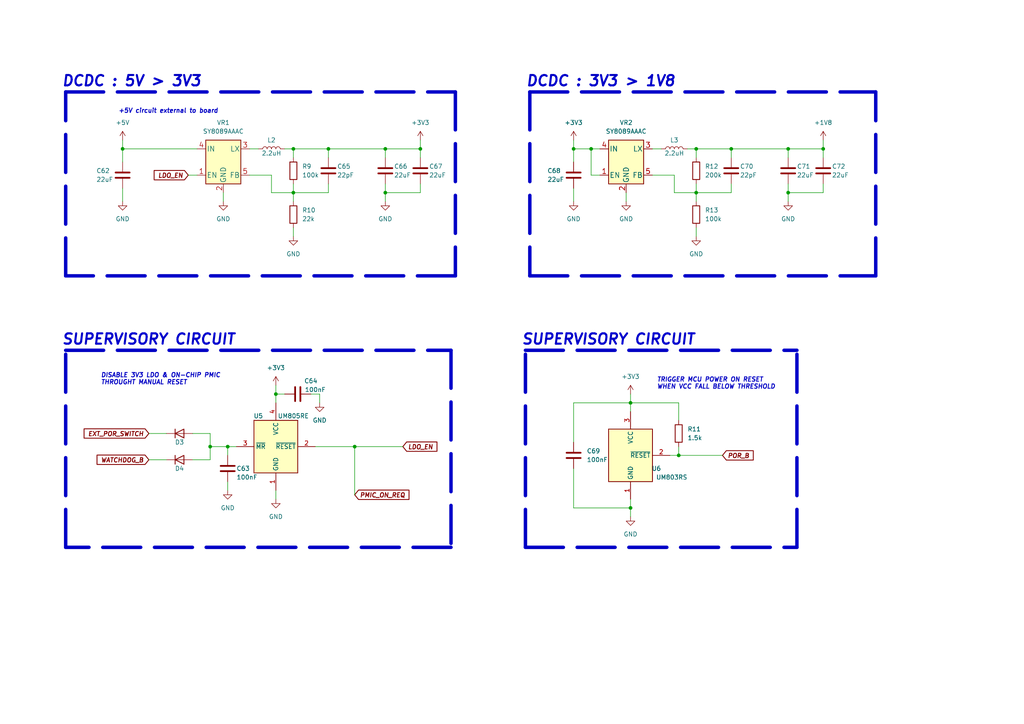
<source format=kicad_sch>
(kicad_sch (version 20211123) (generator eeschema)
  (paper "A4")
  (lib_symbols
    (symbol "MIMXRT1064 MCU Module:0402CG220J500NT" (pin_numbers hide) (pin_names (offset 0.254))
      (property "Reference" "C5" (at 3.81 1.2701 0))
      (property "Value" "0402CG220J500NT" (at 3.81 -1.2699 0))
      (symbol "0402CG220J500NT_0_1"
        (polyline (pts (xy -2.032 -0.762) (xy 2.032 -0.762)) (stroke (width 0.508)))
        (polyline (pts (xy -2.032 0.762) (xy 2.032 0.762)) (stroke (width 0.508)))
      )
      (symbol "0402CG220J500NT_1_1"
        (pin passive line (at 0 3.81 270) (length 2.794) (name "~") (number "1"))
        (pin passive line (at 0 -3.81 90) (length 2.794) (name "~") (number "2"))
      )
    )
    (symbol "MIMXRT1064 MCU Module:0402WGF1003TCE" (pin_numbers hide) (pin_names (offset 0))
      (property "Reference" "R" (at 2.032 0 90))
      (property "Value" "0402WGF1003TCE" (at 0 0 90))
      (symbol "0402WGF1003TCE_0_1"
        (rectangle (start -1.016 -2.54) (end 1.016 2.54) (stroke (width 0.254)))
      )
      (symbol "0402WGF1003TCE_1_1"
        (pin passive line (at 0 3.81 270) (length 1.27) (name "~") (number "1"))
        (pin passive line (at 0 -3.81 90) (length 1.27) (name "~") (number "2"))
      )
    )
    (symbol "MIMXRT1064 MCU Module:0402WGF2003TCE" (pin_numbers hide) (pin_names (offset 0))
      (property "Reference" "R" (at 2.032 0 90))
      (property "Value" "0402WGF2003TCE" (at 0 0 90))
      (symbol "0402WGF2003TCE_0_1"
        (rectangle (start -1.016 -2.54) (end 1.016 2.54) (stroke (width 0.254)))
      )
      (symbol "0402WGF2003TCE_1_1"
        (pin passive line (at 0 3.81 270) (length 1.27) (name "~") (number "1"))
        (pin passive line (at 0 -3.81 90) (length 1.27) (name "~") (number "2"))
      )
    )
    (symbol "MIMXRT1064 MCU Module:0402WGF2202TCE" (pin_numbers hide) (pin_names (offset 0))
      (property "Reference" "R" (at 2.032 0 90))
      (property "Value" "0402WGF2202TCE" (at 0 0 90))
      (symbol "0402WGF2202TCE_0_1"
        (rectangle (start -1.016 -2.54) (end 1.016 2.54) (stroke (width 0.254)))
      )
      (symbol "0402WGF2202TCE_1_1"
        (pin passive line (at 0 3.81 270) (length 1.27) (name "~") (number "1"))
        (pin passive line (at 0 -3.81 90) (length 1.27) (name "~") (number "2"))
      )
    )
    (symbol "MIMXRT1064 MCU Module:CD32YP0302-2R2M" (pin_numbers hide) (pin_names (offset 1.016) hide)
      (property "Reference" "L1" (at 0 2.54 0))
      (property "Value" "CD32YP0302-2R2M" (at 1.27 -2.54 0))
      (symbol "CD32YP0302-2R2M_0_1"
        (arc (start -1.27 0) (mid -1.905 0.635) (end -2.54 0))
        (arc (start 0 0) (mid -0.635 0.635) (end -1.27 0))
        (arc (start 1.27 0) (mid 0.635 0.635) (end 0 0))
        (arc (start 2.54 0) (mid 1.905 0.635) (end 1.27 0))
      )
      (symbol "CD32YP0302-2R2M_1_1"
        (pin passive line (at -3.81 0 0) (length 1.27) (name "1") (number "1"))
        (pin passive line (at 3.81 0 180) (length 1.27) (name "2") (number "2"))
      )
    )
    (symbol "MIMXRT1064 MCU Module:CL05B104KB54PNC" (pin_numbers hide) (pin_names (offset 0.254))
      (property "Reference" "C5" (at 3.81 1.2701 0))
      (property "Value" "CL05B104KB54PNC" (at 3.81 -1.2699 0))
      (symbol "CL05B104KB54PNC_0_1"
        (polyline (pts (xy -2.032 -0.762) (xy 2.032 -0.762)) (stroke (width 0.508)))
        (polyline (pts (xy -2.032 0.762) (xy 2.032 0.762)) (stroke (width 0.508)))
      )
      (symbol "CL05B104KB54PNC_1_1"
        (pin passive line (at 0 3.81 270) (length 2.794) (name "~") (number "1"))
        (pin passive line (at 0 -3.81 90) (length 2.794) (name "~") (number "2"))
      )
    )
    (symbol "MIMXRT1064 MCU Module:CL10A226MQ8NRNC" (pin_numbers hide) (pin_names (offset 0.254))
      (property "Reference" "C3" (at 1.27 2.54 0))
      (property "Value" "CL10A226MQ8NRNC" (at 1.27 -2.54 0))
      (symbol "CL10A226MQ8NRNC_0_1"
        (polyline (pts (xy -2.032 -0.762) (xy 2.032 -0.762)) (stroke (width 0.508)))
        (polyline (pts (xy -2.032 0.762) (xy 2.032 0.762)) (stroke (width 0.508)))
      )
      (symbol "CL10A226MQ8NRNC_1_1"
        (pin passive line (at 0 3.81 270) (length 2.794) (name "~") (number "1"))
        (pin passive line (at 0 -3.81 90) (length 2.794) (name "~") (number "2"))
      )
    )
    (symbol "MIMXRT1064 MCU Module:CQ02WGF1501TCE" (pin_numbers hide) (pin_names (offset 0))
      (property "Reference" "R" (at 2.032 0 90))
      (property "Value" "CQ02WGF1501TCE" (at 0 0 90))
      (symbol "CQ02WGF1501TCE_0_1"
        (rectangle (start -1.016 -2.54) (end 1.016 2.54) (stroke (width 0.254)))
      )
      (symbol "CQ02WGF1501TCE_1_1"
        (pin passive line (at 0 3.81 270) (length 1.27) (name "~") (number "1"))
        (pin passive line (at 0 -3.81 90) (length 1.27) (name "~") (number "2"))
      )
    )
    (symbol "MIMXRT1064 MCU Module:RB521S30_R1_00001" (pin_numbers hide) (pin_names (offset 1.016) hide)
      (property "Reference" "D" (at 0 2.54 0))
      (property "Value" "RB521S30_R1_00001" (at 0 -2.54 0))
      (symbol "RB521S30_R1_00001_0_1"
        (polyline (pts (xy -1.27 1.27) (xy -1.27 -1.27)) (stroke (width 0.254)))
        (polyline (pts (xy 1.27 0) (xy -1.27 0)))
        (polyline (pts (xy 1.27 1.27) (xy 1.27 -1.27) (xy -1.27 0) (xy 1.27 1.27)) (stroke (width 0.254)))
      )
      (symbol "RB521S30_R1_00001_1_1"
        (pin passive line (at -3.81 0 0) (length 2.54) (name "K") (number "1"))
        (pin passive line (at 3.81 0 180) (length 2.54) (name "A") (number "2"))
      )
    )
    (symbol "MIMXRT1064 MCU Module:SY8089AAAC" (pin_names (offset 0.254))
      (property "Reference" "VR1" (at 0 11.43 0))
      (property "Value" "SY8089AAAC" (at 0 8.89 0))
      (symbol "SY8089AAAC_1_1"
        (rectangle (start -5.08 6.35) (end 5.08 -6.35) (stroke (width 0.254)) (fill (type background)))
        (pin input line (at -7.62 -3.81 0) (length 2.54) (name "EN") (number "1"))
        (pin power_in line (at 0 -8.89 90) (length 2.54) (name "GND") (number "2"))
        (pin passive line (at 7.62 3.81 180) (length 2.54) (name "LX") (number "3"))
        (pin input line (at -7.62 3.81 0) (length 2.54) (name "IN") (number "4"))
        (pin output line (at 7.62 -3.81 180) (length 2.54) (name "FB") (number "5"))
      )
    )
    (symbol "MIMXRT1064 MCU Module:UM803RS"
      (property "Value" "UM803RS" (at 24.13 8.89 0))
      (property "Reference_1" "IC" (at 13.97 15.24 0))
      (property "Value_1" "UM803RS" (at 13.97 12.7 0))
      (symbol "UM803RS_1_1"
        (rectangle (start 5.08 10.16) (end 17.78 -5.08) (stroke (width 0.254)) (fill (type background)))
        (pin power_in line (at 11.43 -10.16 90) (length 5.08) (name "GND") (number "1"))
        (pin passive line (at 22.86 2.54 180) (length 5.08) (name "~{RESET}") (number "2"))
        (pin power_in line (at 11.43 15.24 270) (length 5.08) (name "VCC") (number "3"))
      )
    )
    (symbol "MIMXRT1064 MCU Module:UM805RE"
      (property "Value" "UM805RE" (at 12.7 -2.54 0))
      (property "Reference_1" "IC" (at 5.08 15.24 0))
      (property "Value_1" "UM805RE" (at 5.08 12.7 0))
      (symbol "UM805RE_1_1"
        (rectangle (start -5.08 10.16) (end 7.62 -5.08) (stroke (width 0.254)) (fill (type background)))
        (pin passive line (at 1.27 -10.16 90) (length 5.08) (name "GND") (number "1"))
        (pin passive line (at 12.7 2.54 180) (length 5.08) (name "~{RESET}") (number "2"))
        (pin passive line (at -10.16 2.54 0) (length 5.08) (name "~{MR}") (number "3"))
        (pin power_in line (at 1.27 15.24 270) (length 5.08) (name "VCC") (number "4"))
      )
    )
    (symbol "power:+1V8" (power) (pin_names (offset 0))
      (property "Value" "+1V8" (at 0 3.556 0))
      (symbol "+1V8_0_1"
        (polyline (pts (xy -0.762 1.27) (xy 0 2.54)))
        (polyline (pts (xy 0 0) (xy 0 2.54)))
        (polyline (pts (xy 0 2.54) (xy 0.762 1.27)))
      )
      (symbol "+1V8_1_1"
        (pin power_in line (at 0 0 90) (length 0) hide (name "+1V8") (number "1"))
      )
    )
    (symbol "power:+3V3" (power) (pin_names (offset 0))
      (property "Value" "+3V3" (at 0 3.556 0))
      (symbol "+3V3_0_1"
        (polyline (pts (xy -0.762 1.27) (xy 0 2.54)))
        (polyline (pts (xy 0 0) (xy 0 2.54)))
        (polyline (pts (xy 0 2.54) (xy 0.762 1.27)))
      )
      (symbol "+3V3_1_1"
        (pin power_in line (at 0 0 90) (length 0) hide (name "+3V3") (number "1"))
      )
    )
    (symbol "power:+5V" (power) (pin_names (offset 0))
      (property "Value" "+5V" (at 0 3.556 0))
      (symbol "+5V_0_1"
        (polyline (pts (xy -0.762 1.27) (xy 0 2.54)))
        (polyline (pts (xy 0 0) (xy 0 2.54)))
        (polyline (pts (xy 0 2.54) (xy 0.762 1.27)))
      )
      (symbol "+5V_1_1"
        (pin power_in line (at 0 0 90) (length 0) hide (name "+5V") (number "1"))
      )
    )
    (symbol "power:GND" (power) (pin_names (offset 0))
      (property "Value" "GND" (at 0 -3.81 0))
      (symbol "GND_0_1"
        (polyline (pts (xy 0 0) (xy 0 -1.27) (xy 1.27 -1.27) (xy 0 -2.54) (xy -1.27 -1.27) (xy 0 -1.27)))
      )
      (symbol "GND_1_1"
        (pin power_in line (at 0 0 270) (length 0) hide (name "GND") (number "1"))
      )
    )
  )
  (junction (at 66.04 129.54))
  (junction (at 80.01 114.3))
  (junction (at 201.93 55.88))
  (junction (at 201.93 43.18))
  (junction (at 212.09 43.18))
  (junction (at 171.45 43.18))
  (junction (at 85.09 55.88))
  (junction (at 182.88 147.32))
  (junction (at 121.92 43.18))
  (junction (at 95.25 43.18))
  (junction (at 35.56 43.18))
  (junction (at 111.76 43.18))
  (junction (at 228.6 43.18))
  (junction (at 85.09 43.18))
  (junction (at 182.88 116.84))
  (junction (at 238.76 43.18))
  (junction (at 228.6 55.88))
  (junction (at 196.85 132.08))
  (junction (at 60.96 129.54))
  (junction (at 111.76 55.88))
  (junction (at 166.37 43.18))
  (junction (at 102.87 129.54))
  (wire (pts (xy 95.25 53.34) (xy 95.25 55.88)))
  (wire (pts (xy 238.76 45.72) (xy 238.76 43.18)))
  (wire (pts (xy 55.88 125.73) (xy 60.96 125.73)))
  (wire (pts (xy 228.6 45.72) (xy 228.6 43.18)))
  (polyline (pts (xy 231.14 158.75) (xy 231.14 101.6)) (stroke (width 1)))
  (wire (pts (xy 80.01 142.24) (xy 80.01 144.78)))
  (wire (pts (xy 182.88 119.38) (xy 182.88 116.84)))
  (wire (pts (xy 66.04 129.54) (xy 66.04 132.08)))
  (polyline (pts (xy 152.4 101.6) (xy 231.14 101.6)) (stroke (width 1)))
  (wire (pts (xy 238.76 43.18) (xy 228.6 43.18)))
  (wire (pts (xy 72.39 50.8) (xy 78.74 50.8)))
  (wire (pts (xy 166.37 147.32) (xy 182.88 147.32)))
  (wire (pts (xy 64.77 55.88) (xy 64.77 58.42)))
  (wire (pts (xy 171.45 43.18) (xy 173.99 43.18)))
  (polyline (pts (xy 153.67 26.67) (xy 254 26.67)) (stroke (width 1)))
  (wire (pts (xy 212.09 43.18) (xy 201.93 43.18)))
  (wire (pts (xy 80.01 111.76) (xy 80.01 114.3)))
  (wire (pts (xy 166.37 116.84) (xy 182.88 116.84)))
  (wire (pts (xy 173.99 50.8) (xy 171.45 50.8)))
  (wire (pts (xy 80.01 114.3) (xy 80.01 116.84)))
  (wire (pts (xy 91.44 129.54) (xy 102.87 129.54)))
  (wire (pts (xy 201.93 55.88) (xy 201.93 58.42)))
  (wire (pts (xy 85.09 66.04) (xy 85.09 68.58)))
  (wire (pts (xy 189.23 50.8) (xy 195.58 50.8)))
  (wire (pts (xy 166.37 135.89) (xy 166.37 147.32)))
  (wire (pts (xy 121.92 55.88) (xy 121.92 53.34)))
  (wire (pts (xy 102.87 129.54) (xy 116.84 129.54)))
  (polyline (pts (xy 19.05 101.6) (xy 130.81 101.6)) (stroke (width 1)))
  (polyline (pts (xy 152.4 158.75) (xy 231.14 158.75)) (stroke (width 1)))
  (wire (pts (xy 55.88 133.35) (xy 60.96 133.35)))
  (wire (pts (xy 201.93 55.88) (xy 201.93 53.34)))
  (wire (pts (xy 121.92 45.72) (xy 121.92 43.18)))
  (wire (pts (xy 111.76 53.34) (xy 111.76 55.88)))
  (wire (pts (xy 166.37 128.27) (xy 166.37 116.84)))
  (wire (pts (xy 166.37 46.99) (xy 166.37 43.18)))
  (wire (pts (xy 35.56 43.18) (xy 57.15 43.18)))
  (wire (pts (xy 212.09 55.88) (xy 201.93 55.88)))
  (wire (pts (xy 92.71 114.3) (xy 90.17 114.3)))
  (polyline (pts (xy 19.05 26.67) (xy 132.08 26.67)) (stroke (width 1)))
  (wire (pts (xy 85.09 45.72) (xy 85.09 43.18)))
  (wire (pts (xy 228.6 55.88) (xy 238.76 55.88)))
  (wire (pts (xy 111.76 43.18) (xy 95.25 43.18)))
  (wire (pts (xy 195.58 55.88) (xy 201.93 55.88)))
  (wire (pts (xy 85.09 55.88) (xy 85.09 58.42)))
  (wire (pts (xy 196.85 132.08) (xy 209.55 132.08)))
  (wire (pts (xy 166.37 43.18) (xy 171.45 43.18)))
  (polyline (pts (xy 130.81 158.75) (xy 19.05 158.75)) (stroke (width 1)))
  (wire (pts (xy 238.76 40.64) (xy 238.76 43.18)))
  (polyline (pts (xy 153.67 26.67) (xy 153.67 80.01)) (stroke (width 1)))
  (wire (pts (xy 78.74 55.88) (xy 85.09 55.88)))
  (wire (pts (xy 68.58 129.54) (xy 66.04 129.54)))
  (wire (pts (xy 228.6 53.34) (xy 228.6 55.88)))
  (wire (pts (xy 194.31 132.08) (xy 196.85 132.08)))
  (wire (pts (xy 199.39 43.18) (xy 201.93 43.18)))
  (wire (pts (xy 121.92 43.18) (xy 111.76 43.18)))
  (wire (pts (xy 201.93 66.04) (xy 201.93 68.58)))
  (polyline (pts (xy 130.81 101.6) (xy 130.81 158.75)) (stroke (width 1)))
  (wire (pts (xy 171.45 50.8) (xy 171.45 43.18)))
  (wire (pts (xy 102.87 129.54) (xy 102.87 143.51)))
  (wire (pts (xy 78.74 50.8) (xy 78.74 55.88)))
  (wire (pts (xy 80.01 114.3) (xy 82.55 114.3)))
  (wire (pts (xy 57.15 50.8) (xy 54.61 50.8)))
  (polyline (pts (xy 254 80.01) (xy 254 26.67)) (stroke (width 1)))
  (wire (pts (xy 228.6 43.18) (xy 212.09 43.18)))
  (wire (pts (xy 189.23 43.18) (xy 191.77 43.18)))
  (wire (pts (xy 182.88 114.3) (xy 182.88 116.84)))
  (wire (pts (xy 212.09 45.72) (xy 212.09 43.18)))
  (wire (pts (xy 92.71 116.84) (xy 92.71 114.3)))
  (wire (pts (xy 201.93 45.72) (xy 201.93 43.18)))
  (wire (pts (xy 43.18 125.73) (xy 48.26 125.73)))
  (wire (pts (xy 95.25 45.72) (xy 95.25 43.18)))
  (wire (pts (xy 111.76 55.88) (xy 121.92 55.88)))
  (wire (pts (xy 212.09 53.34) (xy 212.09 55.88)))
  (wire (pts (xy 60.96 133.35) (xy 60.96 129.54)))
  (polyline (pts (xy 19.05 158.75) (xy 19.05 101.6)) (stroke (width 1)))
  (wire (pts (xy 85.09 55.88) (xy 85.09 53.34)))
  (wire (pts (xy 35.56 40.64) (xy 35.56 43.18)))
  (wire (pts (xy 182.88 116.84) (xy 196.85 116.84)))
  (wire (pts (xy 166.37 54.61) (xy 166.37 58.42)))
  (polyline (pts (xy 152.4 158.75) (xy 152.4 101.6)) (stroke (width 1)))
  (wire (pts (xy 182.88 144.78) (xy 182.88 147.32)))
  (wire (pts (xy 95.25 55.88) (xy 85.09 55.88)))
  (wire (pts (xy 66.04 139.7) (xy 66.04 142.24)))
  (wire (pts (xy 43.18 133.35) (xy 48.26 133.35)))
  (wire (pts (xy 182.88 147.32) (xy 182.88 149.86)))
  (wire (pts (xy 195.58 50.8) (xy 195.58 55.88)))
  (polyline (pts (xy 132.08 26.67) (xy 132.08 80.01)) (stroke (width 1)))
  (wire (pts (xy 35.56 54.61) (xy 35.56 58.42)))
  (wire (pts (xy 238.76 55.88) (xy 238.76 53.34)))
  (wire (pts (xy 111.76 45.72) (xy 111.76 43.18)))
  (polyline (pts (xy 153.67 80.01) (xy 254 80.01)) (stroke (width 1)))
  (wire (pts (xy 35.56 46.99) (xy 35.56 43.18)))
  (polyline (pts (xy 132.08 80.01) (xy 19.05 80.01)) (stroke (width 1)))
  (wire (pts (xy 60.96 129.54) (xy 66.04 129.54)))
  (wire (pts (xy 196.85 116.84) (xy 196.85 121.92)))
  (wire (pts (xy 166.37 40.64) (xy 166.37 43.18)))
  (wire (pts (xy 111.76 55.88) (xy 111.76 58.42)))
  (wire (pts (xy 181.61 55.88) (xy 181.61 58.42)))
  (polyline (pts (xy 19.05 80.01) (xy 19.05 26.67)) (stroke (width 1)))
  (wire (pts (xy 72.39 43.18) (xy 74.93 43.18)))
  (wire (pts (xy 82.55 43.18) (xy 85.09 43.18)))
  (wire (pts (xy 196.85 129.54) (xy 196.85 132.08)))
  (wire (pts (xy 95.25 43.18) (xy 85.09 43.18)))
  (wire (pts (xy 60.96 125.73) (xy 60.96 129.54)))
  (wire (pts (xy 121.92 40.64) (xy 121.92 43.18)))
  (wire (pts (xy 228.6 55.88) (xy 228.6 58.42)))
  (text "SUPERVISORY CIRCUIT" (at 151.13 100.33 0) (effects (font (size 3 3) bold italic) (justify left bottom)))
  (text "DISABLE 3V3 LDO & ON-CHIP PMIC\nTHROUGHT MANUAL RESET" (at 29.21 111.76 0) (effects (font (size 1.27 1.27) bold italic) (justify left bottom)))
  (text "SUPERVISORY CIRCUIT" (at 17.78 100.33 0) (effects (font (size 3 3) bold italic) (justify left bottom)))
  (text "DCDC : 3V3 > 1V8" (at 152.4 25.4 0) (effects (font (size 3 3) bold italic) (justify left bottom)))
  (text "TRIGGER MCU POWER ON RESET\nWHEN VCC FALL BELOW THRESHOLD" (at 190.5 113.03 0) (effects (font (size 1.27 1.27) bold italic) (justify left bottom)))
  (text "DCDC : 5V > 3V3" (at 17.78 25.4 0) (effects (font (size 3 3) bold italic) (justify left bottom)))
  (text "+5V circuit external to board" (at 34.29 33.02 0) (effects (font (size 1.27 1.27) bold italic) (justify left bottom)))
  (global_label "EXT_POR_SWITCH" (shape input) (at 43.18 125.73 180) (effects (font bold italic)) (property "Intersheet References" "${INTERSHEET_REFS}" (effects hide)))
  (global_label "LDO_EN" (shape input) (at 116.84 129.54 0) (effects (font bold italic)) (property "Intersheet References" "${INTERSHEET_REFS}" (effects hide)))
  (global_label "WATCHDOG_B" (shape input) (at 43.18 133.35 180) (effects (font bold italic)) (property "Intersheet References" "${INTERSHEET_REFS}" (effects hide)))
  (global_label "LDO_EN" (shape input) (at 54.61 50.8 180) (effects (font bold italic)) (property "Intersheet References" "${INTERSHEET_REFS}" (effects hide)))
  (global_label "POR_B" (shape input) (at 209.55 132.08 0) (effects (font bold italic)) (property "Intersheet References" "${INTERSHEET_REFS}" (effects hide)))
  (global_label "PMIC_ON_REQ" (shape input) (at 102.87 143.51 0) (effects (font bold italic)) (property "Intersheet References" "${INTERSHEET_REFS}" (effects hide)))
  (symbol (lib_id "power:GND") (at 182.88 149.86 0) (unit 1)
    (property "Reference" "#PWR078" (effects hide))
    (property "Value" "GND" (at 182.88 154.94 0))
  )
  (symbol (lib_id "power:GND") (at 111.76 58.42 0) (unit 1)
    (property "Reference" "#PWR072" (effects hide))
    (property "Value" "GND" (at 111.76 63.5 0))
  )
  (symbol (lib_id "power:+3V3") (at 166.37 40.64 0) (unit 1)
    (property "Reference" "#PWR074" (effects hide))
    (property "Value" "+3V3" (at 166.37 35.56 0))
  )
  (symbol (lib_id "MIMXRT1064 MCU Module:CL10A226MQ8NRNC") (at 228.6 49.53 0) (unit 1)
    (property "Reference" "C71" (at 231.14 48.26 0) (effects (justify left)))
    (property "Value" "22uF" (at 231.14 50.8 0) (effects (justify left)))
    (property "Footprint" "MIMXRT1064 MCU Module:0603_CL10A226MQ8NRNC" (effects hide))
  )
  (symbol (lib_id "MIMXRT1064 MCU Module:RB521S30_R1_00001") (at 52.07 125.73 0) (mirror x) (unit 1)
    (property "Reference" "D3" (at 52.07 128.27 0))
    (property "Value" "RB521S30_R1_00001" (effects hide))
    (property "Footprint" "MIMXRT1064 MCU Module:RB521S30_R1_00001" (effects hide))
  )
  (symbol (lib_id "MIMXRT1064 MCU Module:CL10A226MQ8NRNC") (at 111.76 49.53 0) (unit 1)
    (property "Reference" "C66" (at 114.3 48.26 0) (effects (justify left)))
    (property "Value" "22uF" (at 114.3 50.8 0) (effects (justify left)))
    (property "Footprint" "MIMXRT1064 MCU Module:0603_CL10A226MQ8NRNC" (effects hide))
  )
  (symbol (lib_id "MIMXRT1064 MCU Module:UM805RE") (at 78.74 132.08 0) (unit 1)
    (property "Reference" "U5" (at 74.93 120.65 0))
    (property "Value" "UM805RE" (at 85.09 120.65 0))
    (property "Footprint" "MIMXRT1064 MCU Module:UM805RE" (effects hide))
    (property "Reference_1" "IC" (effects hide))
    (property "Value_1" "UM805RE" (effects hide))
    (property "Footprint_1" "UM805RE" (effects hide))
    (property "Datasheet_1" "http://www.union-ic.com/Upload/Datasheet/Datasheet_UM805,UM811,UM812_Rev02.pdf" (effects hide))
    (property "Height" "1.22" (effects hide))
    (property "Manufacturer_Name" "UNION Semiconductor" (effects hide))
    (property "Manufacturer_Part_Number" "UM805RE" (effects hide))
    (property "Arrow Part Number" "UM805RE" (effects hide))
    (property "Arrow Price/Stock" "https://www.arrow.com/en/products/um805re/union-semiconductor?region=nac" (effects hide))
  )
  (symbol (lib_id "MIMXRT1064 MCU Module:0402WGF2202TCE") (at 85.09 62.23 0) (unit 1)
    (property "Reference" "R10" (at 87.63 60.9599 0) (effects (justify left)))
    (property "Value" "22k" (at 87.63 63.4999 0) (effects (justify left)))
    (property "Footprint" "MIMXRT1064 MCU Module:0402WGF2202TCE" (effects hide))
  )
  (symbol (lib_id "MIMXRT1064 MCU Module:CL05B104KB54PNC") (at 66.04 135.89 0) (unit 1)
    (property "Reference" "C63" (at 68.58 135.89 0) (effects (justify left)))
    (property "Value" "100nF" (at 68.58 138.43 0) (effects (justify left)))
    (property "Footprint" "MIMXRT1064 MCU Module:0402_CL05B104KB54PNC" (effects hide))
  )
  (symbol (lib_id "MIMXRT1064 MCU Module:RB521S30_R1_00001") (at 52.07 133.35 0) (mirror x) (unit 1)
    (property "Reference" "D4" (at 52.07 135.89 0))
    (property "Value" "RB521S30_R1_00001" (effects hide))
    (property "Footprint" "MIMXRT1064 MCU Module:RB521S30_R1_00001" (effects hide))
  )
  (symbol (lib_id "power:GND") (at 66.04 142.24 0) (unit 1)
    (property "Reference" "#PWR067" (effects hide))
    (property "Value" "GND" (at 66.04 147.32 0))
  )
  (symbol (lib_id "power:GND") (at 85.09 68.58 0) (unit 1)
    (property "Reference" "#PWR070" (effects hide))
    (property "Value" "GND" (at 85.09 73.66 0))
  )
  (symbol (lib_id "power:GND") (at 181.61 58.42 0) (unit 1)
    (property "Reference" "#PWR076" (effects hide))
    (property "Value" "GND" (at 181.61 63.5 0))
  )
  (symbol (lib_id "MIMXRT1064 MCU Module:SY8089AAAC") (at 64.77 46.99 0) (unit 1)
    (property "Reference" "VR1" (at 64.77 35.56 0))
    (property "Value" "SY8089AAAC" (at 64.77 38.1 0))
    (property "Footprint" "MIMXRT1064 MCU Module:SY8089AAAC_SOT-23-5" (effects hide))
  )
  (symbol (lib_id "power:GND") (at 166.37 58.42 0) (unit 1)
    (property "Reference" "#PWR075" (effects hide))
    (property "Value" "GND" (at 166.37 63.5 0))
  )
  (symbol (lib_id "MIMXRT1064 MCU Module:CL05B104KB54PNC") (at 86.36 114.3 90) (unit 1)
    (property "Reference" "C64" (at 90.17 110.49 90))
    (property "Value" "100nF" (at 91.44 113.03 90))
    (property "Footprint" "MIMXRT1064 MCU Module:0402_CL05B104KB54PNC" (effects hide))
  )
  (symbol (lib_id "power:+3V3") (at 80.01 111.76 0) (unit 1)
    (property "Reference" "#PWR068" (effects hide))
    (property "Value" "+3V3" (at 80.01 106.68 0))
  )
  (symbol (lib_id "MIMXRT1064 MCU Module:CL10A226MQ8NRNC") (at 238.76 49.53 0) (unit 1)
    (property "Reference" "C72" (at 241.3 48.26 0) (effects (justify left)))
    (property "Value" "22uF" (at 241.3 50.8 0) (effects (justify left)))
    (property "Footprint" "MIMXRT1064 MCU Module:0603_CL10A226MQ8NRNC" (effects hide))
  )
  (symbol (lib_id "MIMXRT1064 MCU Module:CL10A226MQ8NRNC") (at 166.37 50.8 0) (unit 1)
    (property "Reference" "C68" (at 158.75 49.53 0) (effects (justify left)))
    (property "Value" "22uF" (at 158.75 52.07 0) (effects (justify left)))
    (property "Footprint" "MIMXRT1064 MCU Module:0603_CL10A226MQ8NRNC" (effects hide))
  )
  (symbol (lib_id "power:+3V3") (at 182.88 114.3 0) (unit 1)
    (property "Reference" "#PWR077" (effects hide))
    (property "Value" "+3V3" (at 182.88 109.22 0))
  )
  (symbol (lib_id "power:GND") (at 64.77 58.42 0) (unit 1)
    (property "Reference" "#PWR066" (effects hide))
    (property "Value" "GND" (at 64.77 63.5 0))
  )
  (symbol (lib_id "power:+3V3") (at 121.92 40.64 0) (unit 1)
    (property "Reference" "#PWR073" (effects hide))
    (property "Value" "+3V3" (at 121.92 35.56 0))
  )
  (symbol (lib_id "MIMXRT1064 MCU Module:CL10A226MQ8NRNC") (at 121.92 49.53 0) (unit 1)
    (property "Reference" "C67" (at 124.46 48.26 0) (effects (justify left)))
    (property "Value" "22uF" (at 124.46 50.8 0) (effects (justify left)))
    (property "Footprint" "MIMXRT1064 MCU Module:0603_CL10A226MQ8NRNC" (effects hide))
  )
  (symbol (lib_id "MIMXRT1064 MCU Module:0402WGF1003TCE") (at 85.09 49.53 0) (unit 1)
    (property "Reference" "R9" (at 87.63 48.2599 0) (effects (justify left)))
    (property "Value" "100k" (at 87.63 50.7999 0) (effects (justify left)))
    (property "Footprint" "MIMXRT1064 MCU Module:0402WGF1003TCE" (effects hide))
  )
  (symbol (lib_id "MIMXRT1064 MCU Module:0402WGF1003TCE") (at 201.93 62.23 0) (unit 1)
    (property "Reference" "R13" (at 204.47 60.9599 0) (effects (justify left)))
    (property "Value" "100k" (at 204.47 63.4999 0) (effects (justify left)))
    (property "Footprint" "MIMXRT1064 MCU Module:0402WGF1003TCE" (effects hide))
  )
  (symbol (lib_id "power:GND") (at 228.6 58.42 0) (unit 1)
    (property "Reference" "#PWR080" (effects hide))
    (property "Value" "GND" (at 228.6 63.5 0))
  )
  (symbol (lib_id "MIMXRT1064 MCU Module:CL05B104KB54PNC") (at 166.37 132.08 0) (unit 1)
    (property "Reference" "C69" (at 170.18 130.8099 0) (effects (justify left)))
    (property "Value" "100nF" (at 170.18 133.3499 0) (effects (justify left)))
    (property "Footprint" "MIMXRT1064 MCU Module:0402_CL05B104KB54PNC" (effects hide))
  )
  (symbol (lib_id "power:GND") (at 80.01 144.78 0) (unit 1)
    (property "Reference" "#PWR069" (effects hide))
    (property "Value" "GND" (at 80.01 149.86 0))
  )
  (symbol (lib_id "MIMXRT1064 MCU Module:UM803RS") (at 171.45 134.62 0) (unit 1)
    (property "Reference" "U6" (at 191.77 135.89 0) (effects (justify right)))
    (property "Value" "UM803RS" (at 199.39 138.43 0) (effects (justify right)))
    (property "Footprint" "MIMXRT1064 MCU Module:UM803RS" (effects hide))
    (property "Reference_1" "IC" (effects hide))
    (property "Value_1" "UM803RS" (effects hide))
    (property "Footprint_1" "SOT95P280X140-3N" (effects hide))
    (property "Datasheet_1" "http://www.union-ic.com/Upload/Datasheet/Datasheet_UM803_Rev02.pdf" (effects hide))
    (property "Height" "1.4" (effects hide))
    (property "Manufacturer_Name" "UNION Semiconductor" (effects hide))
    (property "Manufacturer_Part_Number" "UM803RS" (effects hide))
    (property "Arrow Part Number" "UM803RS" (effects hide))
    (property "Arrow Price/Stock" "https://www.arrow.com/en/products/um803rs/union-semiconductor?region=nac" (effects hide))
  )
  (symbol (lib_id "MIMXRT1064 MCU Module:CQ02WGF1501TCE") (at 196.85 125.73 0) (unit 1)
    (property "Reference" "R11" (at 199.39 124.4599 0) (effects (justify left)))
    (property "Value" "1.5k" (at 199.39 126.9999 0) (effects (justify left)))
    (property "Footprint" "MIMXRT1064 MCU Module:CQ02WGF1501TCE" (effects hide))
  )
  (symbol (lib_id "power:GND") (at 92.71 116.84 0) (unit 1)
    (property "Reference" "#PWR071" (effects hide))
    (property "Value" "GND" (at 92.71 121.92 0))
  )
  (symbol (lib_id "MIMXRT1064 MCU Module:0402CG220J500NT") (at 212.09 49.53 0) (unit 1)
    (property "Reference" "C70" (at 214.63 48.26 0) (effects (justify left)))
    (property "Value" "22pF" (at 214.63 50.8 0) (effects (justify left)))
    (property "Footprint" "MIMXRT1064 MCU Module:0402CG220J500NT" (effects hide))
  )
  (symbol (lib_id "power:+5V") (at 35.56 40.64 0) (unit 1)
    (property "Reference" "#PWR064" (effects hide))
    (property "Value" "+5V" (at 35.56 35.56 0))
  )
  (symbol (lib_id "power:GND") (at 35.56 58.42 0) (unit 1)
    (property "Reference" "#PWR065" (effects hide))
    (property "Value" "GND" (at 35.56 63.5 0))
  )
  (symbol (lib_id "MIMXRT1064 MCU Module:CD32YP0302-2R2M") (at 78.74 43.18 0) (unit 1)
    (property "Reference" "L2" (at 78.74 40.64 0))
    (property "Value" "2.2uH" (at 78.74 44.45 0))
    (property "Footprint" "MIMXRT1064 MCU Module:CD32YP0302-2R2M_SMD3.5x3x2.1mm" (effects hide))
  )
  (symbol (lib_id "MIMXRT1064 MCU Module:SY8089AAAC") (at 181.61 46.99 0) (unit 1)
    (property "Reference" "VR2" (at 181.61 35.56 0))
    (property "Value" "SY8089AAAC" (at 181.61 38.1 0))
    (property "Footprint" "MIMXRT1064 MCU Module:SY8089AAAC_SOT-23-5" (effects hide))
  )
  (symbol (lib_id "power:+1V8") (at 238.76 40.64 0) (unit 1)
    (property "Reference" "#PWR081" (effects hide))
    (property "Value" "+1V8" (at 238.76 35.56 0))
  )
  (symbol (lib_id "MIMXRT1064 MCU Module:0402WGF2003TCE") (at 201.93 49.53 0) (unit 1)
    (property "Reference" "R12" (at 204.47 48.2599 0) (effects (justify left)))
    (property "Value" "200k" (at 204.47 50.7999 0) (effects (justify left)))
    (property "Footprint" "MIMXRT1064 MCU Module:0402WGF2003TCE" (effects hide))
  )
  (symbol (lib_id "MIMXRT1064 MCU Module:0402CG220J500NT") (at 95.25 49.53 0) (unit 1)
    (property "Reference" "C65" (at 97.79 48.26 0) (effects (justify left)))
    (property "Value" "22pF" (at 97.79 50.8 0) (effects (justify left)))
    (property "Footprint" "MIMXRT1064 MCU Module:0402CG220J500NT" (effects hide))
  )
  (symbol (lib_id "MIMXRT1064 MCU Module:CD32YP0302-2R2M") (at 195.58 43.18 0) (unit 1)
    (property "Reference" "L3" (at 195.58 40.64 0))
    (property "Value" "2.2uH" (at 195.58 44.45 0))
    (property "Footprint" "MIMXRT1064 MCU Module:CD32YP0302-2R2M_SMD3.5x3x2.1mm" (effects hide))
  )
  (symbol (lib_id "power:GND") (at 201.93 68.58 0) (unit 1)
    (property "Reference" "#PWR079" (effects hide))
    (property "Value" "GND" (at 201.93 73.66 0))
  )
  (symbol (lib_id "MIMXRT1064 MCU Module:CL10A226MQ8NRNC") (at 35.56 50.8 0) (unit 1)
    (property "Reference" "C62" (at 27.94 49.53 0) (effects (justify left)))
    (property "Value" "22uF" (at 27.94 52.07 0) (effects (justify left)))
    (property "Footprint" "MIMXRT1064 MCU Module:0603_CL10A226MQ8NRNC" (effects hide))
  )
)
</source>
